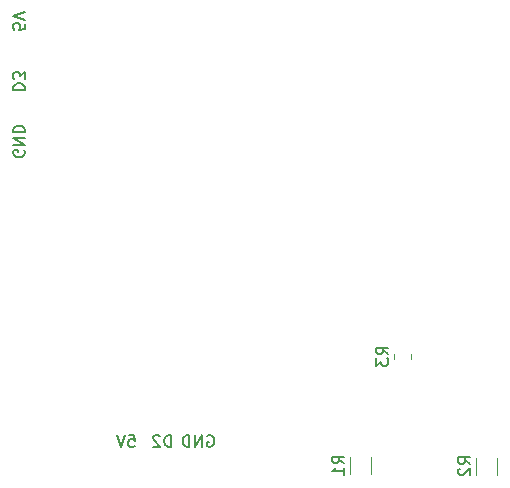
<source format=gbr>
%TF.GenerationSoftware,KiCad,Pcbnew,(5.1.10)-1*%
%TF.CreationDate,2021-08-05T17:27:16+03:00*%
%TF.ProjectId,YevgeniK,59657667-656e-4694-9b2e-6b696361645f,rev?*%
%TF.SameCoordinates,Original*%
%TF.FileFunction,Legend,Bot*%
%TF.FilePolarity,Positive*%
%FSLAX46Y46*%
G04 Gerber Fmt 4.6, Leading zero omitted, Abs format (unit mm)*
G04 Created by KiCad (PCBNEW (5.1.10)-1) date 2021-08-05 17:27:16*
%MOMM*%
%LPD*%
G01*
G04 APERTURE LIST*
%ADD10C,0.150000*%
%ADD11C,0.120000*%
G04 APERTURE END LIST*
D10*
X162813904Y-124976000D02*
X162909142Y-124928380D01*
X163052000Y-124928380D01*
X163194857Y-124976000D01*
X163290095Y-125071238D01*
X163337714Y-125166476D01*
X163385333Y-125356952D01*
X163385333Y-125499809D01*
X163337714Y-125690285D01*
X163290095Y-125785523D01*
X163194857Y-125880761D01*
X163052000Y-125928380D01*
X162956761Y-125928380D01*
X162813904Y-125880761D01*
X162766285Y-125833142D01*
X162766285Y-125499809D01*
X162956761Y-125499809D01*
X162337714Y-125928380D02*
X162337714Y-124928380D01*
X161766285Y-125928380D01*
X161766285Y-124928380D01*
X161290095Y-125928380D02*
X161290095Y-124928380D01*
X161052000Y-124928380D01*
X160909142Y-124976000D01*
X160813904Y-125071238D01*
X160766285Y-125166476D01*
X160718666Y-125356952D01*
X160718666Y-125499809D01*
X160766285Y-125690285D01*
X160813904Y-125785523D01*
X160909142Y-125880761D01*
X161052000Y-125928380D01*
X161290095Y-125928380D01*
X159742095Y-125928380D02*
X159742095Y-124928380D01*
X159504000Y-124928380D01*
X159361142Y-124976000D01*
X159265904Y-125071238D01*
X159218285Y-125166476D01*
X159170666Y-125356952D01*
X159170666Y-125499809D01*
X159218285Y-125690285D01*
X159265904Y-125785523D01*
X159361142Y-125880761D01*
X159504000Y-125928380D01*
X159742095Y-125928380D01*
X158789714Y-125023619D02*
X158742095Y-124976000D01*
X158646857Y-124928380D01*
X158408761Y-124928380D01*
X158313523Y-124976000D01*
X158265904Y-125023619D01*
X158218285Y-125118857D01*
X158218285Y-125214095D01*
X158265904Y-125356952D01*
X158837333Y-125928380D01*
X158218285Y-125928380D01*
X156146476Y-124928380D02*
X156622666Y-124928380D01*
X156670285Y-125404571D01*
X156622666Y-125356952D01*
X156527428Y-125309333D01*
X156289333Y-125309333D01*
X156194095Y-125356952D01*
X156146476Y-125404571D01*
X156098857Y-125499809D01*
X156098857Y-125737904D01*
X156146476Y-125833142D01*
X156194095Y-125880761D01*
X156289333Y-125928380D01*
X156527428Y-125928380D01*
X156622666Y-125880761D01*
X156670285Y-125833142D01*
X155813142Y-124928380D02*
X155479809Y-125928380D01*
X155146476Y-124928380D01*
X147359619Y-90106476D02*
X147359619Y-90582666D01*
X146883428Y-90630285D01*
X146931047Y-90582666D01*
X146978666Y-90487428D01*
X146978666Y-90249333D01*
X146931047Y-90154095D01*
X146883428Y-90106476D01*
X146788190Y-90058857D01*
X146550095Y-90058857D01*
X146454857Y-90106476D01*
X146407238Y-90154095D01*
X146359619Y-90249333D01*
X146359619Y-90487428D01*
X146407238Y-90582666D01*
X146454857Y-90630285D01*
X147359619Y-89773142D02*
X146359619Y-89439809D01*
X147359619Y-89106476D01*
X146359619Y-95734095D02*
X147359619Y-95734095D01*
X147359619Y-95496000D01*
X147312000Y-95353142D01*
X147216761Y-95257904D01*
X147121523Y-95210285D01*
X146931047Y-95162666D01*
X146788190Y-95162666D01*
X146597714Y-95210285D01*
X146502476Y-95257904D01*
X146407238Y-95353142D01*
X146359619Y-95496000D01*
X146359619Y-95734095D01*
X147359619Y-94829333D02*
X147359619Y-94210285D01*
X146978666Y-94543619D01*
X146978666Y-94400761D01*
X146931047Y-94305523D01*
X146883428Y-94257904D01*
X146788190Y-94210285D01*
X146550095Y-94210285D01*
X146454857Y-94257904D01*
X146407238Y-94305523D01*
X146359619Y-94400761D01*
X146359619Y-94686476D01*
X146407238Y-94781714D01*
X146454857Y-94829333D01*
X147312000Y-100837904D02*
X147359619Y-100933142D01*
X147359619Y-101076000D01*
X147312000Y-101218857D01*
X147216761Y-101314095D01*
X147121523Y-101361714D01*
X146931047Y-101409333D01*
X146788190Y-101409333D01*
X146597714Y-101361714D01*
X146502476Y-101314095D01*
X146407238Y-101218857D01*
X146359619Y-101076000D01*
X146359619Y-100980761D01*
X146407238Y-100837904D01*
X146454857Y-100790285D01*
X146788190Y-100790285D01*
X146788190Y-100980761D01*
X146359619Y-100361714D02*
X147359619Y-100361714D01*
X146359619Y-99790285D01*
X147359619Y-99790285D01*
X146359619Y-99314095D02*
X147359619Y-99314095D01*
X147359619Y-99076000D01*
X147312000Y-98933142D01*
X147216761Y-98837904D01*
X147121523Y-98790285D01*
X146931047Y-98742666D01*
X146788190Y-98742666D01*
X146597714Y-98790285D01*
X146502476Y-98837904D01*
X146407238Y-98933142D01*
X146359619Y-99076000D01*
X146359619Y-99314095D01*
D11*
%TO.C,R3*%
X180059000Y-118033436D02*
X180059000Y-118487564D01*
X178589000Y-118033436D02*
X178589000Y-118487564D01*
%TO.C,R2*%
X187346000Y-126842436D02*
X187346000Y-128296564D01*
X185526000Y-126842436D02*
X185526000Y-128296564D01*
%TO.C,R1*%
X176678000Y-126780936D02*
X176678000Y-128235064D01*
X174858000Y-126780936D02*
X174858000Y-128235064D01*
%TO.C,R3*%
D10*
X178126380Y-118093833D02*
X177650190Y-117760500D01*
X178126380Y-117522404D02*
X177126380Y-117522404D01*
X177126380Y-117903357D01*
X177174000Y-117998595D01*
X177221619Y-118046214D01*
X177316857Y-118093833D01*
X177459714Y-118093833D01*
X177554952Y-118046214D01*
X177602571Y-117998595D01*
X177650190Y-117903357D01*
X177650190Y-117522404D01*
X177126380Y-118427166D02*
X177126380Y-119046214D01*
X177507333Y-118712880D01*
X177507333Y-118855738D01*
X177554952Y-118950976D01*
X177602571Y-118998595D01*
X177697809Y-119046214D01*
X177935904Y-119046214D01*
X178031142Y-118998595D01*
X178078761Y-118950976D01*
X178126380Y-118855738D01*
X178126380Y-118570023D01*
X178078761Y-118474785D01*
X178031142Y-118427166D01*
%TO.C,R2*%
X185068380Y-127402833D02*
X184592190Y-127069500D01*
X185068380Y-126831404D02*
X184068380Y-126831404D01*
X184068380Y-127212357D01*
X184116000Y-127307595D01*
X184163619Y-127355214D01*
X184258857Y-127402833D01*
X184401714Y-127402833D01*
X184496952Y-127355214D01*
X184544571Y-127307595D01*
X184592190Y-127212357D01*
X184592190Y-126831404D01*
X184163619Y-127783785D02*
X184116000Y-127831404D01*
X184068380Y-127926642D01*
X184068380Y-128164738D01*
X184116000Y-128259976D01*
X184163619Y-128307595D01*
X184258857Y-128355214D01*
X184354095Y-128355214D01*
X184496952Y-128307595D01*
X185068380Y-127736166D01*
X185068380Y-128355214D01*
%TO.C,R1*%
X174400380Y-127341333D02*
X173924190Y-127008000D01*
X174400380Y-126769904D02*
X173400380Y-126769904D01*
X173400380Y-127150857D01*
X173448000Y-127246095D01*
X173495619Y-127293714D01*
X173590857Y-127341333D01*
X173733714Y-127341333D01*
X173828952Y-127293714D01*
X173876571Y-127246095D01*
X173924190Y-127150857D01*
X173924190Y-126769904D01*
X174400380Y-128293714D02*
X174400380Y-127722285D01*
X174400380Y-128008000D02*
X173400380Y-128008000D01*
X173543238Y-127912761D01*
X173638476Y-127817523D01*
X173686095Y-127722285D01*
%TD*%
M02*

</source>
